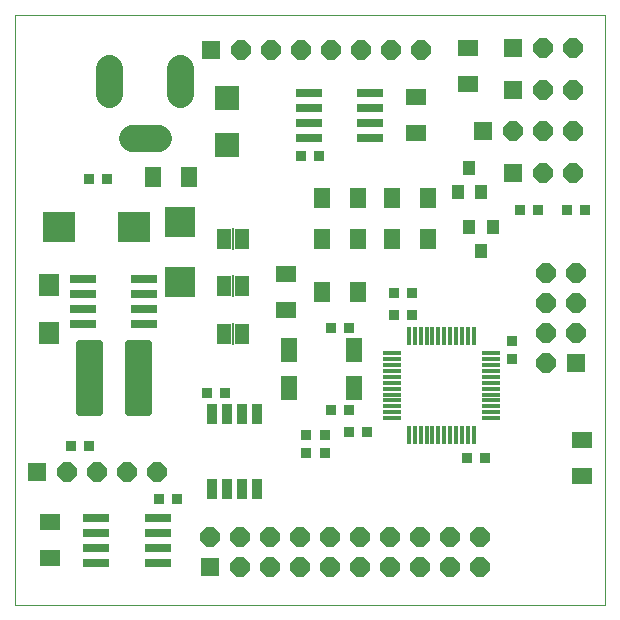
<source format=gts>
G75*
%MOIN*%
%OFA0B0*%
%FSLAX24Y24*%
%IPPOS*%
%LPD*%
%AMOC8*
5,1,8,0,0,1.08239X$1,22.5*
%
%ADD10C,0.0000*%
%ADD11R,0.0620X0.0150*%
%ADD12R,0.0150X0.0620*%
%ADD13R,0.0906X0.0276*%
%ADD14R,0.1064X0.0985*%
%ADD15R,0.1024X0.1044*%
%ADD16R,0.0827X0.0827*%
%ADD17R,0.0355X0.0355*%
%ADD18C,0.0227*%
%ADD19R,0.0709X0.0749*%
%ADD20C,0.0900*%
%ADD21R,0.0552X0.0670*%
%ADD22R,0.0640X0.0640*%
%ADD23OC8,0.0640*%
%ADD24R,0.0670X0.0552*%
%ADD25R,0.0552X0.0788*%
%ADD26R,0.0360X0.0700*%
%ADD27R,0.0434X0.0512*%
%ADD28R,0.0500X0.0670*%
%ADD29R,0.0060X0.0720*%
D10*
X000500Y000500D02*
X000500Y020185D01*
X020185Y020185D01*
X020185Y000500D01*
X000500Y000500D01*
X000500Y020185D01*
X020185Y020185D01*
X020185Y000500D01*
X000500Y000500D01*
D11*
X013064Y006739D03*
X013064Y006929D03*
X013064Y007129D03*
X013064Y007329D03*
X013064Y007519D03*
X013064Y007719D03*
X013064Y007919D03*
X013064Y008119D03*
X013064Y008309D03*
X013064Y008509D03*
X013064Y008709D03*
X013064Y008899D03*
X016384Y008899D03*
X016384Y008709D03*
X016384Y008509D03*
X016384Y008309D03*
X016384Y008119D03*
X016384Y007919D03*
X016384Y007719D03*
X016384Y007519D03*
X016384Y007329D03*
X016384Y007129D03*
X016384Y006929D03*
X016384Y006739D03*
D12*
X015804Y006159D03*
X015614Y006159D03*
X015414Y006159D03*
X015214Y006159D03*
X015024Y006159D03*
X014824Y006159D03*
X014624Y006159D03*
X014424Y006159D03*
X014234Y006159D03*
X014034Y006159D03*
X013834Y006159D03*
X013644Y006159D03*
X013644Y009479D03*
X013834Y009479D03*
X014034Y009479D03*
X014234Y009479D03*
X014424Y009479D03*
X014624Y009479D03*
X014824Y009479D03*
X015024Y009479D03*
X015214Y009479D03*
X015414Y009479D03*
X015614Y009479D03*
X015804Y009479D03*
D13*
X012350Y016089D03*
X012350Y016589D03*
X012350Y017089D03*
X012350Y017589D03*
X010303Y017589D03*
X010303Y017089D03*
X010303Y016589D03*
X010303Y016089D03*
X004823Y011360D03*
X004823Y010860D03*
X004823Y010360D03*
X004823Y009860D03*
X002776Y009860D03*
X002776Y010360D03*
X002776Y010860D03*
X002776Y011360D03*
X003217Y003415D03*
X003217Y002915D03*
X003217Y002415D03*
X003217Y001915D03*
X005264Y001915D03*
X005264Y002415D03*
X005264Y002915D03*
X005264Y003415D03*
D14*
X004482Y013091D03*
X001982Y013091D03*
D15*
X006020Y013260D03*
X006020Y011260D03*
D16*
X007579Y015835D03*
X007579Y017409D03*
D17*
X010043Y015461D03*
X010643Y015461D03*
X013125Y010906D03*
X013725Y010906D03*
X013749Y010181D03*
X013149Y010181D03*
X011627Y009752D03*
X011027Y009752D03*
X011027Y006996D03*
X011627Y006996D03*
X011641Y006280D03*
X012241Y006280D03*
X010854Y006186D03*
X010854Y005586D03*
X010197Y005570D03*
X010197Y006170D03*
X007493Y007587D03*
X006893Y007587D03*
X005918Y004043D03*
X005318Y004043D03*
X002965Y005815D03*
X002365Y005815D03*
X002960Y014724D03*
X003560Y014724D03*
X015578Y005413D03*
X016178Y005413D03*
X017087Y008700D03*
X017087Y009300D03*
X017326Y013689D03*
X017926Y013689D03*
X018901Y013689D03*
X019501Y013689D03*
D18*
X004258Y009238D02*
X004258Y006944D01*
X004258Y009238D02*
X004938Y009238D01*
X004938Y006944D01*
X004258Y006944D01*
X004258Y007170D02*
X004938Y007170D01*
X004938Y007396D02*
X004258Y007396D01*
X004258Y007622D02*
X004938Y007622D01*
X004938Y007848D02*
X004258Y007848D01*
X004258Y008074D02*
X004938Y008074D01*
X004938Y008300D02*
X004258Y008300D01*
X004258Y008526D02*
X004938Y008526D01*
X004938Y008752D02*
X004258Y008752D01*
X004258Y008978D02*
X004938Y008978D01*
X004938Y009204D02*
X004258Y009204D01*
X003324Y009238D02*
X003324Y006944D01*
X002644Y006944D01*
X002644Y009238D01*
X003324Y009238D01*
X003324Y007170D02*
X002644Y007170D01*
X002644Y007396D02*
X003324Y007396D01*
X003324Y007622D02*
X002644Y007622D01*
X002644Y007848D02*
X003324Y007848D01*
X003324Y008074D02*
X002644Y008074D01*
X002644Y008300D02*
X003324Y008300D01*
X003324Y008526D02*
X002644Y008526D01*
X002644Y008752D02*
X003324Y008752D01*
X003324Y008978D02*
X002644Y008978D01*
X002644Y009204D02*
X003324Y009204D01*
D19*
X001646Y009559D03*
X001646Y011173D03*
D20*
X004401Y016071D02*
X005261Y016071D01*
X006012Y017531D02*
X006012Y018391D01*
X003650Y018391D02*
X003650Y017531D01*
D21*
X005101Y014783D03*
X006301Y014783D03*
X010727Y014083D03*
X011927Y014083D03*
X013089Y014083D03*
X014289Y014083D03*
X014289Y012705D03*
X013089Y012705D03*
X011927Y012705D03*
X010727Y012705D03*
X010727Y010933D03*
X011927Y010933D03*
D22*
X017106Y014913D03*
X016110Y016299D03*
X017106Y017677D03*
X017110Y019059D03*
X007039Y019004D03*
X019197Y008575D03*
X007024Y001772D03*
X001256Y004953D03*
D23*
X002256Y004953D03*
X003256Y004953D03*
X004256Y004953D03*
X005256Y004953D03*
X007024Y002772D03*
X008024Y002772D03*
X009024Y002772D03*
X010024Y002772D03*
X011024Y002772D03*
X012024Y002772D03*
X013024Y002772D03*
X014024Y002772D03*
X015024Y002772D03*
X016024Y002772D03*
X016024Y001772D03*
X015024Y001772D03*
X014024Y001772D03*
X013024Y001772D03*
X012024Y001772D03*
X011024Y001772D03*
X010024Y001772D03*
X009024Y001772D03*
X008024Y001772D03*
X018197Y008575D03*
X018197Y009575D03*
X018197Y010575D03*
X018197Y011575D03*
X019197Y011575D03*
X019197Y010575D03*
X019197Y009575D03*
X019106Y014913D03*
X018106Y014913D03*
X018110Y016299D03*
X017110Y016299D03*
X018106Y017677D03*
X019106Y017677D03*
X019110Y019059D03*
X018110Y019059D03*
X019110Y016299D03*
X014039Y019004D03*
X013039Y019004D03*
X012039Y019004D03*
X011039Y019004D03*
X010039Y019004D03*
X009039Y019004D03*
X008039Y019004D03*
D24*
X013886Y017439D03*
X013886Y016239D03*
X015606Y017888D03*
X015606Y019088D03*
X009555Y011533D03*
X009555Y010333D03*
X001681Y003265D03*
X001681Y002065D03*
X019398Y004821D03*
X019398Y006021D03*
D25*
X011819Y007744D03*
X011819Y009004D03*
X009654Y009004D03*
X009654Y007744D03*
D26*
X008587Y006868D03*
X008087Y006868D03*
X007587Y006868D03*
X007087Y006868D03*
X007087Y004368D03*
X007587Y004368D03*
X008087Y004368D03*
X008587Y004368D03*
D27*
X016051Y012311D03*
X015657Y013098D03*
X016445Y013098D03*
X016051Y014280D03*
X015264Y014280D03*
X015657Y015067D03*
D28*
X008083Y012705D03*
X007483Y012705D03*
X007483Y011130D03*
X008083Y011130D03*
X008083Y009555D03*
X007483Y009555D03*
D29*
X007783Y009555D03*
X007783Y011130D03*
X007783Y012705D03*
M02*

</source>
